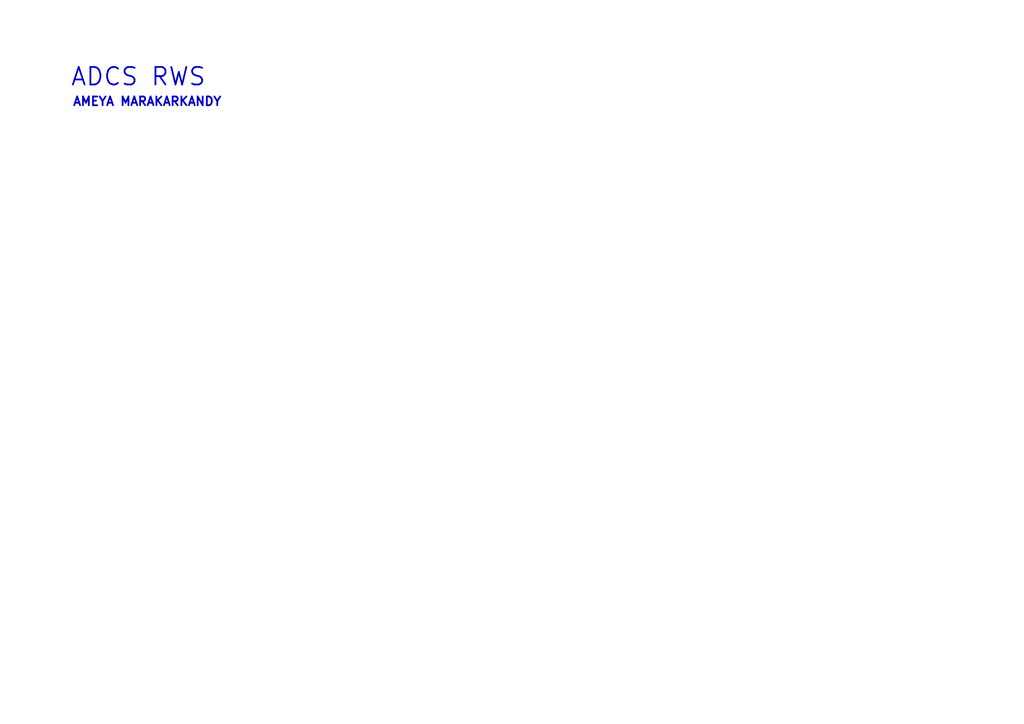
<source format=kicad_sch>
(kicad_sch
	(version 20231120)
	(generator "eeschema")
	(generator_version "8.0")
	(uuid "b50b39ce-ec7f-4015-9b5e-4b42b0bbf890")
	(paper "A4")
	(lib_symbols)
	(text "ADCS RWS"
		(exclude_from_sim no)
		(at 20.32 25.4 0)
		(effects
			(font
				(size 5.08 5.08)
				(thickness 0.508)
				(bold yes)
			)
			(justify left bottom)
		)
		(uuid "a0de0de8-cdda-4671-b5d6-56adeaa577e9")
	)
	(text "AMEYA MARAKARKANDY"
		(exclude_from_sim no)
		(at 20.955 31.115 0)
		(effects
			(font
				(size 2.54 2.54)
				(bold yes)
			)
			(justify left bottom)
		)
		(uuid "d997b035-fa2d-4ed6-996d-6470d4973168")
	)
)

</source>
